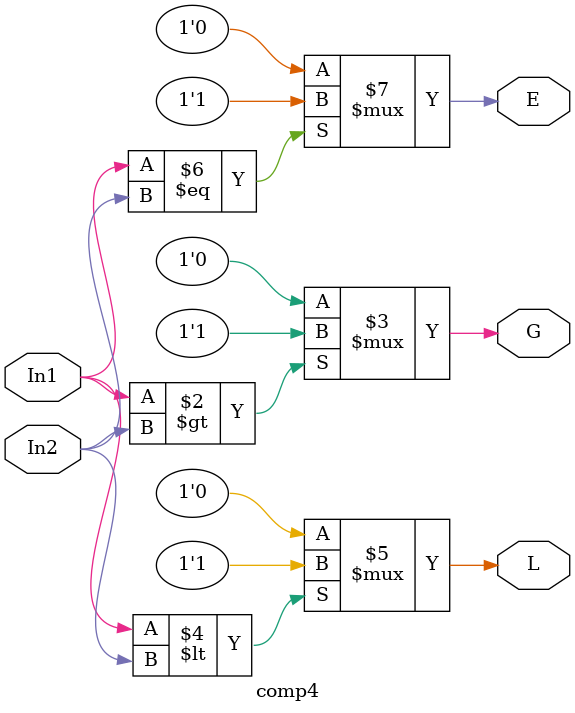
<source format=v>
module comp4 (In1,In2,G,L,E);

input In1,In2;
output G,L,E;
reg G,L,E;

always @ (In1,In2)
begin

G <= (In1>In2) ? 1'b1 : 1'b0;
L <= (In1<In2) ? 1'b1 : 1'b0;
E <= (In1==In2) ? 1'b1 : 1'b0;

end

endmodule
</source>
